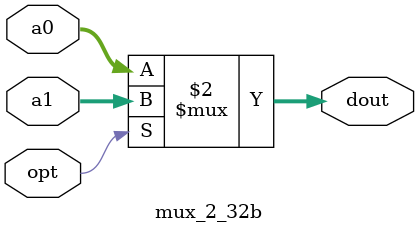
<source format=v>
`timescale 1ns / 1ps
module mux_6_32b(
    input [31:0] a0, a1, a2, a3, a4, a5,
    input [2:0] opt,
    output [31:0] dout
    );
    assign dout = (opt == 3'b000) ? a0:
                  (opt == 3'b001) ? a1:
                  (opt == 3'b010) ? a2:
                  (opt == 3'b011) ? a3:
                  (opt == 3'b100) ? a4:
                  (opt == 3'b101) ? a5:
                                   a0;
endmodule

module mux_5_32b(
    input [31:0] a0, a1, a2, a3, a4,
    input [2:0] opt,
    output [31:0] dout
    );
    assign dout = (opt == 3'b000) ? a0:
                  (opt == 3'b001) ? a1:
                  (opt == 3'b010) ? a2:
                  (opt == 3'b011) ? a3:
                  (opt == 3'b100) ? a4:
                                   a0;
endmodule

module mux_4_32b(
    input [31:0] a0, a1, a2, a3,
    input [1:0] opt,
    output [31:0] dout
    );
    assign dout = (opt == 2'b00) ? a0:
                  (opt == 2'b01) ? a1:
                  (opt == 2'b10) ? a2:
                  (opt == 2'b11) ? a3:
                                   a0;
endmodule

module mux_3_32b(
    input [31:0] a0, a1, a2,
    input [1:0] opt,
    output [31:0] dout
    );
    assign dout = (opt == 2'b00) ? a0:
                  (opt == 2'b01) ? a1:
                  (opt == 2'b10) ? a2:
                                   a0;
endmodule

module mux_3_5b(
    input [4:0] a0, a1, a2,
    input [1:0] opt,
    output [4:0] dout
    ); 
    assign dout = (opt == 2'b00) ? a0:
                  (opt == 2'b01) ? a1:
                  (opt == 2'b10) ? a2:
                                   a0;
endmodule

module mux_2_32b(
    input [31:0] a0, a1,
    input opt,
    output [31:0] dout
);
    assign dout = (opt == 1) ? a1 : a0;
endmodule

</source>
